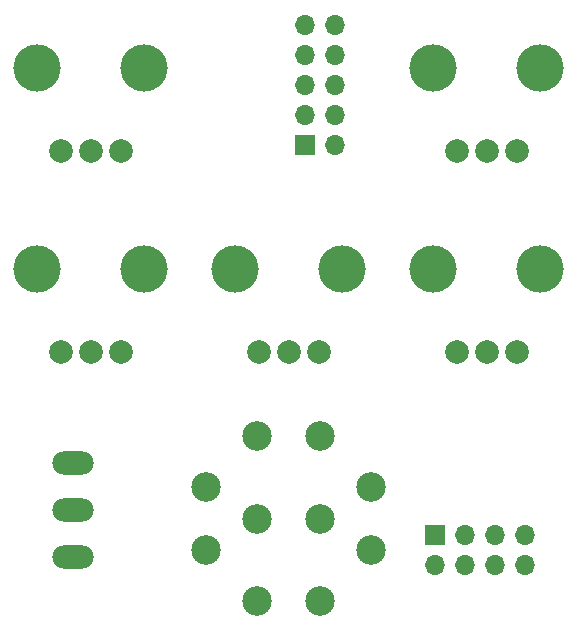
<source format=gbr>
%TF.GenerationSoftware,KiCad,Pcbnew,9.0.0*%
%TF.CreationDate,2025-03-07T09:06:22+01:00*%
%TF.ProjectId,board_io,626f6172-645f-4696-9f2e-6b696361645f,rev?*%
%TF.SameCoordinates,Original*%
%TF.FileFunction,Soldermask,Top*%
%TF.FilePolarity,Negative*%
%FSLAX46Y46*%
G04 Gerber Fmt 4.6, Leading zero omitted, Abs format (unit mm)*
G04 Created by KiCad (PCBNEW 9.0.0) date 2025-03-07 09:06:22*
%MOMM*%
%LPD*%
G01*
G04 APERTURE LIST*
%ADD10C,4.000000*%
%ADD11C,2.000000*%
%ADD12C,2.500000*%
%ADD13O,3.500000X2.000000*%
%ADD14R,1.700000X1.700000*%
%ADD15O,1.700000X1.700000*%
G04 APERTURE END LIST*
D10*
%TO.C,RV4*%
X51321200Y-25792300D03*
X60321200Y-25792300D03*
D11*
X53281200Y-32792300D03*
X55821200Y-32792300D03*
X58361200Y-32792300D03*
%TD*%
D12*
%TO.C,SW1*%
X36357200Y-70922300D03*
X32057200Y-66622300D03*
X32057200Y-61222300D03*
X36357200Y-56922300D03*
X41757200Y-56922300D03*
X46057200Y-61222300D03*
X46057200Y-66622300D03*
X41757200Y-70922300D03*
X36357200Y-63922300D03*
X41757200Y-63922300D03*
%TD*%
D10*
%TO.C,RV1*%
X17793200Y-42810300D03*
X26793200Y-42810300D03*
D11*
X19753200Y-49810300D03*
X22293200Y-49810300D03*
X24833200Y-49810300D03*
%TD*%
D13*
%TO.C,SW2*%
X20769200Y-67208300D03*
X20769200Y-63208300D03*
X20769200Y-59208300D03*
%TD*%
D10*
%TO.C,RV2*%
X51321200Y-42810300D03*
X60321200Y-42810300D03*
D11*
X53281200Y-49810300D03*
X55821200Y-49810300D03*
X58361200Y-49810300D03*
%TD*%
D10*
%TO.C,RV3*%
X34557200Y-42810300D03*
X43557200Y-42810300D03*
D11*
X36517200Y-49810300D03*
X39057200Y-49810300D03*
X41597200Y-49810300D03*
%TD*%
D10*
%TO.C,RV5*%
X17793200Y-25792300D03*
X26793200Y-25792300D03*
D11*
X19753200Y-32792300D03*
X22293200Y-32792300D03*
X24833200Y-32792300D03*
%TD*%
D14*
%TO.C,J2*%
X51435200Y-65314300D03*
D15*
X51435200Y-67854300D03*
X53975200Y-65314300D03*
X53975200Y-67854300D03*
X56515200Y-65314300D03*
X56515200Y-67854300D03*
X59055200Y-65314300D03*
X59055200Y-67854300D03*
%TD*%
D14*
%TO.C,J1*%
X40435200Y-32314300D03*
D15*
X42975200Y-32314300D03*
X40435200Y-29774300D03*
X42975200Y-29774300D03*
X40435200Y-27234300D03*
X42975200Y-27234300D03*
X40435200Y-24694300D03*
X42975200Y-24694300D03*
X40435200Y-22154300D03*
X42975200Y-22154300D03*
%TD*%
M02*

</source>
